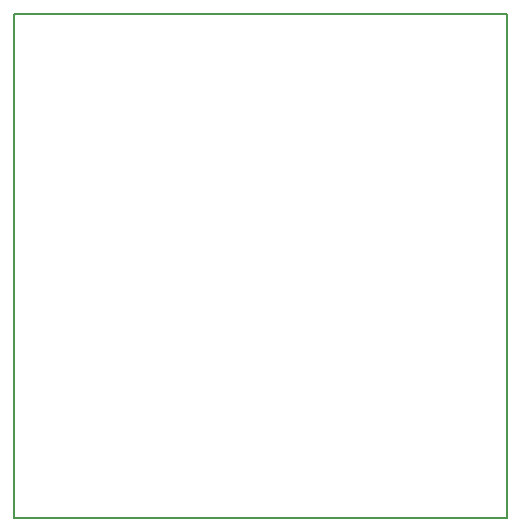
<source format=gbo>
G04 MADE WITH FRITZING*
G04 WWW.FRITZING.ORG*
G04 DOUBLE SIDED*
G04 HOLES PLATED*
G04 CONTOUR ON CENTER OF CONTOUR VECTOR*
%ASAXBY*%
%FSLAX23Y23*%
%MOIN*%
%OFA0B0*%
%SFA1.0B1.0*%
%ADD10R,1.653540X1.687610X1.637540X1.671610*%
%ADD11C,0.008000*%
%LNSILK0*%
G90*
G70*
G54D11*
X4Y1684D02*
X1650Y1684D01*
X1650Y4D01*
X4Y4D01*
X4Y1684D01*
D02*
G04 End of Silk0*
M02*
</source>
